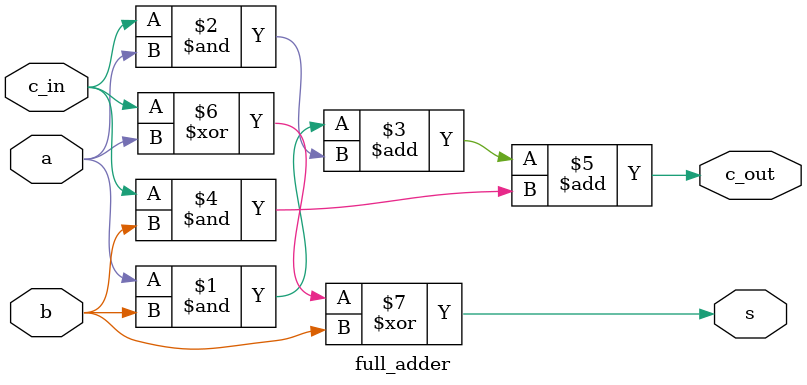
<source format=v>
module part3(A, B, Function, ALUout);
input [3:0] A;
input [3:0] B;
input [2:0] Function;
output [7:0] ALUout;
wire [3:0] add_result;
wire [3:0] carry;
wire c_in;
assign c_in = 0;
adder u0( // computing adder outside of always
			.a(A),
			.b(B),
			.c_in(c_in),
			.s(add_result), 
			.c_out(carry) // sets to digit 5 of output
		);			
reg [7:0] ALUout;
always @(*)
begin
	case (Function[2:0])
		3'b000: begin // assigning pre-computed adder result
					ALUout = 0; 
					ALUout[4] = carry[3];
					ALUout[3] = add_result[3]; 
					ALUout[2] = add_result[2];
					ALUout[1] = add_result[1];
					ALUout[0] = add_result[0];
			end
		3'b001:  ALUout = A + B; 
		default: ALUout = 0;
	endcase
end

endmodule

module adder(a, b, c_in, s, c_out);
	input [3:0] a;
	input [3:0] b;
	input c_in;
	output [3:0] c_out;
	output [3:0] s;
	wire c1, c2, c3;
	full_adder u1(
				.a(a[0]),
				.b(b[0]),
				.c_in(c_in),
				.s(s[0]),
				.c_out(c1)
			);

	full_adder u2(
				.a(a[1]),
				.b(b[1]),
				.c_in(c1),
				.s(s[1]),
				.c_out(c2)
			);
	assign c_out[2] = c3;
	assign c_out[1] = c2;
	assign c_out[0] = c1;
endmodule
module full_adder(a, b, c_in, s, c_out);
	input a, b, c_in;
	output s, c_out;	
	assign c_out = (a & b) + (c_in & a) + (c_in & b);
	assign s = c_in ^ a ^ b;
endmodule
	
	



</source>
